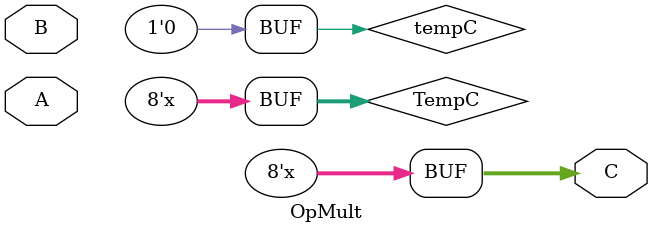
<source format=sv>
module OpMult #(parameter N = 4)(
    input logic [N-1:0] A,
    input logic [N-1:0] B,
    output logic [2*N-1:0] C
);

    logic [(2 * N - 1):0] TempC;

    always_comb begin
        tempC = 0;
        for (int i = 0; i < N; i++) begin
            if (B[i] == 1) begin
                TempC = TempC + (A << i);
            end
        end
        C = TempC;
    end

endmodule
</source>
